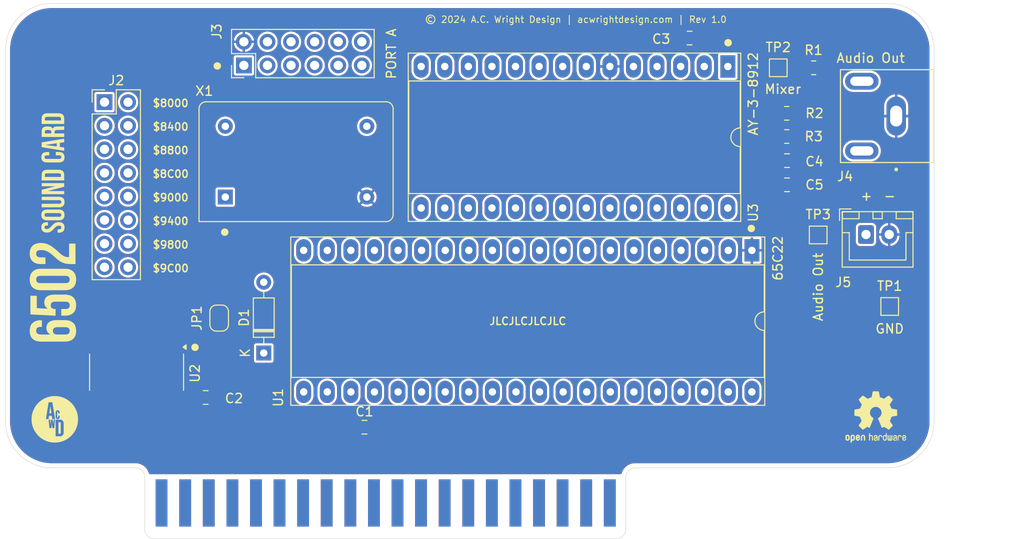
<source format=kicad_pcb>
(kicad_pcb (version 20240108) (generator "pcbnew") (generator_version "8.0")
  (title_block (title "6502 Sound Card") (date "2024-06-16") (rev "1.0") (company "A.C. Wright Design"))
  (layers (0 "F.Cu" signal) (31 "B.Cu" signal) (34 "B.Paste" user) (35 "F.Paste" user) (36 "B.SilkS" user "B.Silkscreen") (37 "F.SilkS" user "F.Silkscreen") (38 "B.Mask" user) (39 "F.Mask" user) (44 "Edge.Cuts" user))
  (net 0 "")
  (net 1 "GND")
  (net 2 "Net-(C4-Pad1)")
  (net 3 "VCC")
  (net 4 "Net-(D1-K)")
  (net 5 "IRQB")
  (net 6 "RWB")
  (net 7 "CA1")
  (net 8 "CA2")
  (net 10 "PHI2")
  (net 11 "RESB")
  (net 13 "A15")
  (net 16 "A12")
  (net 17 "D6")
  (net 18 "D3")
  (net 19 "D7")
  (net 20 "D5")
  (net 21 "A11")
  (net 25 "A1")
  (net 27 "A14")
  (net 32 "A13")
  (net 33 "A10")
  (net 34 "A3")
  (net 35 "A2")
  (net 36 "D1")
  (net 37 "D2")
  (net 38 "CSB")
  (net 39 "/$8400")
  (net 40 "/$9800")
  (net 41 "/$9400")
  (net 42 "/$8C00")
  (net 43 "/$9000")
  (net 44 "/$8800")
  (net 45 "/$8000")
  (net 46 "/$9C00")
  (net 48 "D0")
  (net 52 "D4")
  (net 54 "A0")
  (net 55 "PA6")
  (net 57 "PA3")
  (net 59 "PA0")
  (net 60 "PA5")
  (net 61 "PA7")
  (net 62 "PA4")
  (net 63 "PA2")
  (net 64 "PA1")
  (net 65 "CHOUT")
  (net 66 "RESETB")
  (net 69 "BDIR")
  (net 70 "BC1")
  (net 71 "DA4")
  (net 72 "DA0")
  (net 73 "DA3")
  (net 74 "DA2")
  (net 75 "DA7")
  (net 76 "DA1")
  (net 77 "DA5")
  (net 78 "DA6")
  (net 80 "Net-(U3-CLOCK)")
  (net 82 "Net-(J4-In)")
  (footprint "Connector_PinHeader_2.54mm:PinHeader_2x06_P2.54mm_Vertical" (layer "F.Cu") (at 126.26 77.04 90)
    (property "Reference" "J3" (at 3.64 -2.92 90) (layer "F.SilkS"))
    (property "Value" "PORT A" (at 1.24 15.88 90) (layer "F.SilkS"))
    (pad "1" thru_hole rect (at 0 0 90) (size 1.7 1.7) (drill 1) (layers "*.Cu" "*.Mask") (net 3 "VCC"))
    (pad "2" thru_hole oval (at 2.54 0 90) (size 1.7 1.7) (drill 1) (layers "*.Cu" "*.Mask") (net 1 "GND"))
    (pad "3" thru_hole oval (at 0 2.54 90) (size 1.7 1.7) (drill 1) (layers "*.Cu" "*.Mask") (net 61 "PA7"))
    (pad "4" thru_hole oval (at 2.54 2.54 90) (size 1.7 1.7) (drill 1) (layers "*.Cu" "*.Mask") (net 59 "PA0"))
    (pad "5" thru_hole oval (at 0 5.08 90) (size 1.7 1.7) (drill 1) (layers "*.Cu" "*.Mask") (net 55 "PA6"))
    (pad "6" thru_hole oval (at 2.54 5.08 90) (size 1.7 1.7) (drill 1) (layers "*.Cu" "*.Mask") (net 64 "PA1"))
    (pad "7" thru_hole oval (at 0 7.62 90) (size 1.7 1.7) (drill 1) (layers "*.Cu" "*.Mask") (net 60 "PA5"))
    (pad "8" thru_hole oval (at 2.54 7.62 90) (size 1.7 1.7) (drill 1) (layers "*.Cu" "*.Mask") (net 63 "PA2"))
    (pad "9" thru_hole oval (at 0 10.16 90) (size 1.7 1.7) (drill 1) (layers "*.Cu" "*.Mask") (net 62 "PA4"))
    (pad "10" thru_hole oval (at 2.54 10.16 90) (size 1.7 1.7) (drill 1) (layers "*.Cu" "*.Mask") (net 57 "PA3"))
    (pad "11" thru_hole oval (at 0 12.7 90) (size 1.7 1.7) (drill 1) (layers "*.Cu" "*.Mask") (net 7 "CA1"))
    (pad "12" thru_hole oval (at 2.54 12.7 90) (size 1.7 1.7) (drill 1) (layers "*.Cu" "*.Mask") (net 8 "CA2"))
  )
  (footprint "Symbol:OSHW-Logo2_7.3x6mm_SilkScreen" (layer "F.Cu") (at 194.3 114.9)
    (property "Reference" "REF**" (hide yes))
    (property "Value" "OSHW-Logo2_7.3x6mm_SilkScreen" (hide yes))
  )
  (footprint "Connector_PinHeader_2.54mm:PinHeader_2x08_P2.54mm_Vertical" (layer "F.Cu") (at 111.25 81)
    (property "Reference" "J2" (at 1.27 -2.33 0) (layer "F.SilkS"))
    (property "Value" "Conn_02x08_Odd_Even" (hide yes))
    (pad "1" thru_hole rect (at 0 0) (size 1.7 1.7) (drill 1) (layers "*.Cu" "*.Mask") (net 45 "/$8000"))
    (pad "2" thru_hole oval (at 2.54 0) (size 1.7 1.7) (drill 1) (layers "*.Cu" "*.Mask") (net 38 "CSB"))
    (pad "3" thru_hole oval (at 0 2.54) (size 1.7 1.7) (drill 1) (layers "*.Cu" "*.Mask") (net 39 "/$8400"))
    (pad "4" thru_hole oval (at 2.54 2.54) (size 1.7 1.7) (drill 1) (layers "*.Cu" "*.Mask") (net 38 "CSB"))
    (pad "5" thru_hole oval (at 0 5.08) (size 1.7 1.7) (drill 1) (layers "*.Cu" "*.Mask") (net 44 "/$8800"))
    (pad "6" thru_hole oval (at 2.54 5.08) (size 1.7 1.7) (drill 1) (layers "*.Cu" "*.Mask") (net 38 "CSB"))
    (pad "7" thru_hole oval (at 0 7.62) (size 1.7 1.7) (drill 1) (layers "*.Cu" "*.Mask") (net 42 "/$8C00"))
    (pad "8" thru_hole oval (at 2.54 7.62) (size 1.7 1.7) (drill 1) (layers "*.Cu" "*.Mask") (net 38 "CSB"))
    (pad "9" thru_hole oval (at 0 10.16) (size 1.7 1.7) (drill 1) (layers "*.Cu" "*.Mask") (net 43 "/$9000"))
    (pad "10" thru_hole oval (at 2.54 10.16) (size 1.7 1.7) (drill 1) (layers "*.Cu" "*.Mask") (net 38 "CSB"))
    (pad "11" thru_hole oval (at 0 12.7) (size 1.7 1.7) (drill 1) (layers "*.Cu" "*.Mask") (net 41 "/$9400"))
    (pad "12" thru_hole oval (at 2.54 12.7) (size 1.7 1.7) (drill 1) (layers "*.Cu" "*.Mask") (net 38 "CSB"))
    (pad "13" thru_hole oval (at 0 15.24) (size 1.7 1.7) (drill 1) (layers "*.Cu" "*.Mask") (net 40 "/$9800"))
    (pad "14" thru_hole oval (at 2.54 15.24) (size 1.7 1.7) (drill 1) (layers "*.Cu" "*.Mask") (net 38 "CSB"))
    (pad "15" thru_hole oval (at 0 17.78) (size 1.7 1.7) (drill 1) (layers "*.Cu" "*.Mask") (net 46 "/$9C00"))
    (pad "16" thru_hole oval (at 2.54 17.78) (size 1.7 1.7) (drill 1) (layers "*.Cu" "*.Mask") (net 38 "CSB"))
  )
  (footprint "Capacitor_SMD:C_0805_2012Metric" (layer "F.Cu") (at 184.75 89.9)
    (property "Reference" "C5" (at 2.95 0 0) (layer "F.SilkS"))
    (property "Value" "2.2uF" (hide yes))
    (pad "1" smd roundrect (at -0.95 0) (size 1 1.45) (layers "F.Cu" "F.Paste" "F.Mask") (net 2 "Net-(C4-Pad1)"))
    (pad "2" smd roundrect (at 0.95 0) (size 1 1.45) (layers "F.Cu" "F.Paste" "F.Mask") (net 82 "Net-(J4-In)"))
  )
  (footprint "Package_DIP:DIP-28_W15.24mm_Socket_LongPads" (layer "F.Cu") (at 178.37 77.16 -90)
    (property "Reference" "U3" (at 15.74 -2.73 90) (layer "F.SilkS"))
    (property "Value" "AY-3-8912" (at 2.94 -2.73 90) (layer "F.SilkS"))
    (pad "1" thru_hole rect (at 0 0 270) (size 2.4 1.6) (drill 0.8) (layers "*.Cu" "*.Mask") (net 65 "CHOUT"))
    (pad "2" thru_hole oval (at 0 2.54 270) (size 2.4 1.6) (drill 0.8) (layers "*.Cu" "*.Mask"))
    (pad "3" thru_hole oval (at 0 5.08 270) (size 2.4 1.6) (drill 0.8) (layers "*.Cu" "*.Mask") (net 3 "VCC"))
    (pad "4" thru_hole oval (at 0 7.62 270) (size 2.4 1.6) (drill 0.8) (layers "*.Cu" "*.Mask") (net 65 "CHOUT"))
    (pad "5" thru_hole oval (at 0 10.16 270) (size 2.4 1.6) (drill 0.8) (layers "*.Cu" "*.Mask") (net 65 "CHOUT"))
    (pad "6" thru_hole oval (at 0 12.7 270) (size 2.4 1.6) (drill 0.8) (layers "*.Cu" "*.Mask") (net 1 "GND"))
    (pad "7" thru_hole oval (at 0 15.24 270) (size 2.4 1.6) (drill 0.8) (layers "*.Cu" "*.Mask") (net 61 "PA7"))
    (pad "8" thru_hole oval (at 0 17.78 270) (size 2.4 1.6) (drill 0.8) (layers "*.Cu" "*.Mask") (net 55 "PA6"))
    (pad "9" thru_hole oval (at 0 20.32 270) (size 2.4 1.6) (drill 0.8) (layers "*.Cu" "*.Mask") (net 60 "PA5"))
    (pad "10" thru_hole oval (at 0 22.86 270) (size 2.4 1.6) (drill 0.8) (layers "*.Cu" "*.Mask") (net 62 "PA4"))
    (pad "11" thru_hole oval (at 0 25.4 270) (size 2.4 1.6) (drill 0.8) (layers "*.Cu" "*.Mask") (net 57 "PA3"))
    (pad "12" thru_hole oval (at 0 27.94 270) (size 2.4 1.6) (drill 0.8) (layers "*.Cu" "*.Mask") (net 63 "PA2"))
    (pad "13" thru_hole oval (at 0 30.48 270) (size 2.4 1.6) (drill 0.8) (layers "*.Cu" "*.Mask") (net 64 "PA1"))
    (pad "14" thru_hole oval (at 0 33.02 270) (size 2.4 1.6) (drill 0.8) (layers "*.Cu" "*.Mask") (net 59 "PA0"))
    (pad "15" thru_hole oval (at 15.24 33.02 270) (size 2.4 1.6) (drill 0.8) (layers "*.Cu" "*.Mask") (net 80 "Net-(U3-CLOCK)"))
    (pad "16" thru_hole oval (at 15.24 30.48 270) (size 2.4 1.6) (drill 0.8) (layers "*.Cu" "*.Mask") (net 66 "RESETB"))
    (pad "17" thru_hole oval (at 15.24 27.94 270) (size 2.4 1.6) (drill 0.8) (layers "*.Cu" "*.Mask") (net 3 "VCC"))
    (pad "18" thru_hole oval (at 15.24 25.4 270) (size 2.4 1.6) (drill 0.8) (layers "*.Cu" "*.Mask") (net 69 "BDIR"))
    (pad "19" thru_hole oval (at 15.24 22.86 270) (size 2.4 1.6) (drill 0.8) (layers "*.Cu" "*.Mask") (net 3 "VCC"))
    (pad "20" thru_hole oval (at 15.24 20.32 270) (size 2.4 1.6) (drill 0.8) (layers "*.Cu" "*.Mask") (net 70 "BC1"))
    (pad "21" thru_hole oval (at 15.24 17.78 270) (size 2.4 1.6) (drill 0.8) (layers "*.Cu" "*.Mask") (net 75 "DA7"))
    (pad "22" thru_hole oval (at 15.24 15.24 270) (size 2.4 1.6) (drill 0.8) (layers "*.Cu" "*.Mask") (net 78 "DA6"))
    (pad "23" thru_hole oval (at 15.24 12.7 270) (size 2.4 1.6) (drill 0.8) (layers "*.Cu" "*.Mask") (net 77 "DA5"))
    (pad "24" thru_hole oval (at 15.24 10.16 270) (size 2.4 1.6) (drill 0.8) (layers "*.Cu" "*.Mask") (net 71 "DA4"))
    (pad "25" thru_hole oval (at 15.24 7.62 270) (size 2.4 1.6) (drill 0.8) (layers "*.Cu" "*.Mask") (net 73 "DA3"))
    (pad "26" thru_hole oval (at 15.24 5.08 270) (size 2.4 1.6) (drill 0.8) (layers "*.Cu" "*.Mask") (net 74 "DA2"))
    (pad "27" thru_hole oval (at 15.24 2.54 270) (size 2.4 1.6) (drill 0.8) (layers "*.Cu" "*.Mask") (net 76 "DA1"))
    (pad "28" thru_hole oval (at 15.24 0 270) (size 2.4 1.6) (drill 0.8) (layers "*.Cu" "*.Mask") (net 72 "DA0"))
  )
  (footprint "Jumper:SolderJumper-2_P1.3mm_Bridged_RoundedPad1.0x1.5mm" (layer "F.Cu") (at 123.6 104.25 90)
    (property "Reference" "JP1" (at 0 -2.4 90) (layer "F.SilkS"))
    (property "Value" "SolderJumper_2_Bridged" (hide yes))
    (fp_poly (pts (xy 0.25 -0.3) (xy -0.25 -0.3) (xy -0.25 0.3) (xy 0.25 0.3)) (fill solid) (layer "F.Cu"))
    (pad "1" smd custom (at -0.65 0 90) (size 1 0.5) (layers "F.Cu" "F.Mask") (net 4 "Net-(D1-K)") (options (clearance outline) (anchor rect)) (primitives (gr_circle (center 0 0.25) (end 0.5 0.25) (width 0) (fill yes)) (gr_circle (center 0 -0.25) (end 0.5 -0.25) (width 0) (fill yes)) (gr_poly (pts (xy 0.5 0.75) (xy 0 0.75) (xy 0 -0.75) (xy 0.5 -0.75)) (width 0) (fill yes))))
    (pad "2" smd custom (at 0.65 0 90) (size 1 0.5) (layers "F.Cu" "F.Mask") (net 5 "IRQB") (options (clearance outline) (anchor rect)) (primitives (gr_circle (center 0 0.25) (end 0.5 0.25) (width 0) (fill yes)) (gr_circle (center 0 -0.25) (end 0.5 -0.25) (width 0) (fill yes)) (gr_poly (pts (xy 0 0.75) (xy -0.5 0.75) (xy -0.5 -0.75) (xy 0 -0.75)) (width 0) (fill yes))))
  )
  (footprint "Package_SO:SOIC-16_3.9x9.9mm_P1.27mm" (layer "F.Cu") (at 114.705 110.075 -90)
    (property "Reference" "U2" (at 0.125 -6.295 90) (layer "F.SilkS"))
    (property "Value" "74HC138" (hide yes))
    (pad "1" smd roundrect (at -2.475 -4.445 270) (size 1.95 0.6) (layers "F.Cu" "F.Paste" "F.Mask") (net 33 "A10"))
    (pad "2" smd roundrect (at -2.475 -3.175 270) (size 1.95 0.6) (layers "F.Cu" "F.Paste" "F.Mask") (net 21 "A11"))
    (pad "3" smd roundrect (at -2.475 -1.905 270) (size 1.95 0.6) (layers "F.Cu" "F.Paste" "F.Mask") (net 16 "A12"))
    (pad "4" smd roundrect (at -2.475 -0.635 270) (size 1.95 0.6) (layers "F.Cu" "F.Paste" "F.Mask") (net 32 "A13"))
    (pad "5" smd roundrect (at -2.475 0.635 270) (size 1.95 0.6) (layers "F.Cu" "F.Paste" "F.Mask") (net 27 "A14"))
    (pad "6" smd roundrect (at -2.475 1.905 270) (size 1.95 0.6) (layers "F.Cu" "F.Paste" "F.Mask") (net 13 "A15"))
    (pad "7" smd roundrect (at -2.475 3.175 270) (size 1.95 0.6) (layers "F.Cu" "F.Paste" "F.Mask") (net 46 "/$9C00"))
    (pad "8" smd roundrect (at -2.475 4.445 270) (size 1.95 0.6) (layers "F.Cu" "F.Paste" "F.Mask") (net 1 "GND"))
    (pad "9" smd roundrect (at 2.475 4.445 270) (size 1.95 0.6) (layers "F.Cu" "F.Paste" "F.Mask") (net 40 "/$9800"))
    (pad "10" smd roundrect (at 2.475 3.175 270) (size 1.95 0.6) (layers "F.Cu" "F.Paste" "F.Mask") (net 41 "/$9400"))
    (pad "11" smd roundrect (at 2.475 1.905 270) (size 1.95 0.6) (layers "F.Cu" "F.Paste" "F.Mask") (net 43 "/$9000"))
    (pad "12" smd roundrect (at 2.475 0.635 270) (size 1.95 0.6) (layers "F.Cu" "F.Paste" "F.Mask") (net 42 "/$8C00"))
    (pad "13" smd roundrect (at 2.475 -0.635 270) (size 1.95 0.6) (layers "F.Cu" "F.Paste" "F.Mask") (net 44 "/$8800"))
    (pad "14" smd roundrect (at 2.475 -1.905 270) (size 1.95 0.6) (layers "F.Cu" "F.Paste" "F.Mask") (net 39 "/$8400"))
    (pad "15" smd roundrect (at 2.475 -3.175 270) (size 1.95 0.6) (layers "F.Cu" "F.Paste" "F.Mask") (net 45 "/$8000"))
    (pad "16" smd roundrect (at 2.475 -4.445 270) (size 1.95 0.6) (layers "F.Cu" "F.Paste" "F.Mask") (net 3 "VCC"))
  )
  (footprint "Package_DIP:DIP-40_W15.24mm_Socket_LongPads" (layer "F.Cu") (at 180.96 96.96 -90)
    (property "Reference" "U1" (at 15.85 51 90) (layer "F.SilkS"))
    (property "Value" "65C22" (at 0.85 -2.8 90) (layer "F.SilkS"))
    (pad "1" thru_hole rect (at 0 0 270) (size 2.4 1.6) (drill 0.8) (layers "*.Cu" "*.Mask") (net 1 "GND"))
    (pad "2" thru_hole oval (at 0 2.54 270) (size 2.4 1.6) (drill 0.8) (layers "*.Cu" "*.Mask") (net 72 "DA0"))
    (pad "3" thru_hole oval (at 0 5.08 270) (size 2.4 1.6) (drill 0.8) (layers "*.Cu" "*.Mask") (net 76 "DA1"))
    (pad "4" thru_hole oval (at 0 7.62 270) (size 2.4 1.6) (drill 0.8) (layers "*.Cu" "*.Mask") (net 74 "DA2"))
    (pad "5" thru_hole oval (at 0 10.16 270) (size 2.4 1.6) (drill 0.8) (layers "*.Cu" "*.Mask") (net 73 "DA3"))
    (pad "6" thru_hole oval (at 0 12.7 270) (size 2.4 1.6) (drill 0.8) (layers "*.Cu" "*.Mask") (net 71 "DA4"))
    (pad "7" thru_hole oval (at 0 15.24 270) (size 2.4 1.6) (drill 0.8) (layers "*.Cu" "*.Mask") (net 77 "DA5"))
    (pad "8" thru_hole oval (at 0 17.78 270) (size 2.4 1.6) (drill 0.8) (layers "*.Cu" "*.Mask") (net 78 "DA6"))
    (pad "9" thru_hole oval (at 0 20.32 270) (size 2.4 1.6) (drill 0.8) (layers "*.Cu" "*.Mask") (net 75 "DA7"))
    (pad "10" thru_hole oval (at 0 22.86 270) (size 2.4 1.6) (drill 0.8) (layers "*.Cu" "*.Mask") (net 70 "BC1"))
    (pad "11" thru_hole oval (at 0 25.4 270) (size 2.4 1.6) (drill 0.8) (layers "*.Cu" "*.Mask") (net 69 "BDIR"))
    (pad "12" thru_hole oval (at 0 27.94 270) (size 2.4 1.6) (drill 0.8) (layers "*.Cu" "*.Mask") (net 66 "RESETB"))
    (pad "13" thru_hole oval (at 0 30.48 270) (size 2.4 1.6) (drill 0.8) (layers "*.Cu" "*.Mask"))
    (pad "14" thru_hole oval (at 0 33.02 270) (size 2.4 1.6) (drill 0.8) (layers "*.Cu" "*.Mask"))
    (pad "15" thru_hole oval (at 0 35.56 270) (size 2.4 1.6) (drill 0.8) (layers "*.Cu" "*.Mask"))
    (pad "16" thru_hole oval (at 0 38.1 270) (size 2.4 1.6) (drill 0.8) (layers "*.Cu" "*.Mask"))
    (pad "17" thru_hole oval (at 0 40.64 270) (size 2.4 1.6) (drill 0.8) (layers "*.Cu" "*.Mask"))
    (pad "18" thru_hole oval (at 0 43.18 270) (size 2.4 1.6) (drill 0.8) (layers "*.Cu" "*.Mask"))
    (pad "19" thru_hole oval (at 0 45.72 270) (size 2.4 1.6) (drill 0.8) (layers "*.Cu" "*.Mask"))
    (pad "20" thru_hole oval (at 0 48.26 270) (size 2.4 1.6) (drill 0.8) (layers "*.Cu" "*.Mask") (net 3 "VCC"))
    (pad "21" thru_hole oval (at 15.24 48.26 270) (size 2.4 1.6) (drill 0.8) (layers "*.Cu" "*.Mask") (net 4 "Net-(D1-K)"))
    (pad "22" thru_hole oval (at 15.24 45.72 270) (size 2.4 1.6) (drill 0.8) (layers "*.Cu" "*.Mask") (net 6 "RWB"))
    (pad "23" thru_hole oval (at 15.24 43.18 270) (size 2.4 1.6) (drill 0.8) (layers "*.Cu" "*.Mask") (net 38 "CSB"))
    (pad "24" thru_hole oval (at 15.24 40.64 270) (size 2.4 1.6) (drill 0.8) (layers "*.Cu" "*.Mask") (net 3 "VCC"))
    (pad "25" thru_hole oval (at 15.24 38.1 270) (size 2.4 1.6) (drill 0.8) (layers "*.Cu" "*.Mask") (net 10 "PHI2"))
    (pad "26" thru_hole oval (at 15.24 35.56 270) (size 2.4 1.6) (drill 0.8) (layers "*.Cu" "*.Mask") (net 19 "D7"))
    (pad "27" thru_hole oval (at 15.24 33.02 270) (size 2.4 1.6) (drill 0.8) (layers "*.Cu" "*.Mask") (net 17 "D6"))
    (pad "28" thru_hole oval (at 15.24 30.48 270) (size 2.4 1.6) (drill 0.8) (layers "*.Cu" "*.Mask") (net 20 "D5"))
    (pad "29" thru_hole oval (at 15.24 27.94 270) (size 2.4 1.6) (drill 0.8) (layers "*.Cu" "*.Mask") (net 52 "D4"))
    (pad "30" thru_hole oval (at 15.24 25.4 270) (size 2.4 1.6) (drill 0.8) (layers "*.Cu" "*.Mask") (net 18 "D3"))
    (pad "31" thru_hole oval (at 15.24 22.86 270) (size 2.4 1.6) (drill 0.8) (layers "*.Cu" "*.Mask") (net 37 "D2"))
    (pad "32" thru_hole oval (at 15.24 20.32 270) (size 2.4 1.6) (drill 0.8) (layers "*.Cu" "*.Mask") (net 36 "D1"))
    (pad "33" thru_hole oval (at 15.24 17.78 270) (size 2.4 1.6) (drill 0.8) (layers "*.Cu" "*.Mask") (net 48 "D0"))
    (pad "34" thru_hole oval (at 15.24 15.24 270) (size 2.4 1.6) (drill 0.8) (layers "*.Cu" "*.Mask") (net 11 "RESB"))
    (pad "35" thru_hole oval (at 15.24 12.7 270) (size 2.4 1.6) (drill 0.8) (layers "*.Cu" "*.Mask") (net 34 "A3"))
    (pad "36" thru_hole oval (at 15.24 10.16 270) (size 2.4 1.6) (drill 0.8) (layers "*.Cu" "*.Mask") (net 35 "A2"))
    (pad "37" thru_hole oval (at 15.24 7.62 270) (size 2.4 1.6) (drill 0.8) (layers "*.Cu" "*.Mask") (net 25 "A1"))
    (pad "38" thru_hole oval (at 15.24 5.08 270) (size 2.4 1.6) (drill 0.8) (layers "*.Cu" "*.Mask") (net 54 "A0"))
    (pad "39" thru_hole oval (at 15.24 2.54 270) (size 2.4 1.6) (drill 0.8) (layers "*.Cu" "*.Mask") (net 8 "CA2"))
    (pad "40" thru_hole oval (at 15.24 0 270) (size 2.4 1.6) (drill 0.8) (layers "*.Cu" "*.Mask") (net 7 "CA1"))
  )
  (footprint "Resistor_SMD:R_0805_2012Metric" (layer "F.Cu") (at 184.7125 82.2)
    (property "Reference" "R2" (at 2.9875 0 0) (layer "F.SilkS"))
    (property "Value" "4.7k" (hide yes))
    (pad "1" smd roundrect (at -0.9125 0) (size 1.025 1.4) (layers "F.Cu" "F.Paste" "F.Mask") (roundrect_rratio 0.243902) (net 65 "CHOUT"))
    (pad "2" smd roundrect (at 0.9125 0) (size 1.025 1.4) (layers "F.Cu" "F.Paste" "F.Mask") (roundrect_rratio 0.243902) (net 2 "Net-(C4-Pad1)"))
  )
  (footprint "6502 Parts:SWITCHCRAFT_PJRAN1X1U02X" (layer "F.Cu") (at 196.5 82.5 90)
    (property "Reference" "J4" (at -6.5 -5.5 0) (layer "F.SilkS"))
    (property "Value" "Audio Out" (at 6.25 -2.75 180) (layer "F.SilkS"))
    (pad "1" thru_hole oval (at 0 0 90) (size 4.2 2.1) (drill oval 2.25 1.3) (layers "*.Cu" "*.Mask") (net 1 "GND"))
    (pad "2" thru_hole oval (at -3.75 -3.7 90) (size 1.8 3.6) (drill oval 1 2.5) (layers "*.Cu" "*.Mask") (net 82 "Net-(J4-In)"))
    (pad "2" thru_hole oval (at 3.75 -3.7 90) (size 1.8 3.6) (drill oval 1 2.5) (layers "*.Cu" "*.Mask") (net 82 "Net-(J4-In)"))
  )
  (footprint "Resistor_SMD:R_0805_2012Metric" (layer "F.Cu") (at 187.6125 77.3)
    (property "Reference" "R1" (at -0.0125 -1.9 0) (layer "F.SilkS"))
    (property "Value" "1k" (hide yes))
    (pad "1" smd roundrect (at -0.9125 0) (size 1.025 1.4) (layers "F.Cu" "F.Paste" "F.Mask") (roundrect_rratio 0.243902) (net 65 "CHOUT"))
    (pad "2" smd roundrect (at 0.9125 0) (size 1.025 1.4) (layers "F.Cu" "F.Paste" "F.Mask") (roundrect_rratio 0.243902) (net 1 "GND"))
  )
  (footprint "Capacitor_SMD:C_0805_2012Metric" (layer "F.Cu") (at 184.75 87.3 180)
    (property "Reference" "C4" (at -2.95 -0.1 0) (layer "F.SilkS"))
    (property "Value" "300pF" (hide yes))
    (pad "1" smd roundrect (at -0.95 0 180) (size 1 1.45) (layers "F.Cu" "F.Paste" "F.Mask") (net 2 "Net-(C4-Pad1)"))
    (pad "2" smd roundrect (at 0.95 0 180) (size 1 1.45) (layers "F.Cu" "F.Paste" "F.Mask") (net 1 "GND"))
  )
  (footprint "TestPoint:TestPoint_Pad_1.5x1.5mm" (layer "F.Cu") (at 195.8 103)
    (property "Reference" "TP1" (at 0 -2.2 0) (layer "F.SilkS"))
    (property "Value" "GND" (at 0 2.4 0) (layer "F.SilkS"))
    (pad "1" smd rect (at 0 0) (size 1.5 1.5) (layers "F.Cu" "F.Mask") (net 1 "GND"))
  )
  (footprint "Capacitor_SMD:C_0805_2012Metric" (layer "F.Cu") (at 122.15 112.8)
    (property "Reference" "C2" (at 3.05 0.1 0) (layer "F.SilkS"))
    (property "Value" "100nF" (hide yes))
    (pad "1" smd roundrect (at -0.95 0) (size 1 1.45) (layers "F.Cu" "F.Paste" "F.Mask") (net 3 "VCC"))
    (pad "2" smd roundrect (at 0.95 0) (size 1 1.45) (layers "F.Cu" "F.Paste" "F.Mask") (net 1 "GND"))
  )
  (footprint "Connector_JST:JST_XH_B2B-XH-A_1x02_P2.50mm_Vertical" (layer "F.Cu") (at 193.25 95.25)
    (property "Reference" "J5" (at -2.45 5.15 0) (layer "F.SilkS"))
    (property "Value" "Audio Out" (hide yes))
    (pad "1" thru_hole roundrect (at 0 0) (size 1.7 2) (drill 1) (layers "*.Cu" "*.Mask") (roundrect_rratio 0.147059) (net 82 "Net-(J4-In)"))
    (pad "2" thru_hole oval (at 2.5 0) (size 1.7 2) (drill 1) (layers "*.Cu" "*.Mask") (net 1 "GND"))
  )
  (footprint "A.C. Wright Logo:A.C. Wright Logo 5mm" (layer "F.Cu") (at 105.9 115.15)
    (property "Reference" "G***" (hide yes))
    (property "Value" "LOGO" (hide yes))
  )
  (footprint "Capacitor_SMD:C_0805_2012Metric" (layer "F.Cu") (at 174.25 74.1)
    (property "Reference" "C3" (at -3.05 0.1 0) (layer "F.SilkS"))
    (property "Value" "100nF" (hide yes))
    (pad "1" smd roundrect (at -0.95 0) (size 1 1.45) (layers "F.Cu" "F.Paste" "F.Mask") (net 3 "VCC"))
    (pad "2" smd roundrect (at 0.95 0) (size 1 1.45) (layers "F.Cu" "F.Paste" "F.Mask") (net 1 "GND"))
  )
  (footprint "Oscillator:Oscillator_DIP-14" (layer "F.Cu") (at 124.26 91.22)
    (property "Reference" "X1" (at -2.26 -11.42 0) (layer "F.SilkS"))
    (property "Value" "2 MHz" (hide yes))
    (pad "1" thru_hole rect (at 0 0) (size 1.6 1.6) (drill 0.8) (layers "*.Cu" "*.Mask"))
    (pad "7" thru_hole circle (at 15.24 0) (size 1.6 1.6) (drill 0.8) (layers "*.Cu" "*.Mask") (net 1 "GND"))
    (pad "8" thru_hole circle (at 15.24 -7.62) (size 1.6 1.6) (drill 0.8) (layers "*.Cu" "*.Mask") (net 80 "Net-(U3-CLOCK)"))
    (pad "14" thru_hole circle (at 0 -7.62) (size 1.6 1.6) (drill 0.8) (layers "*.Cu" "*.Mask") (net 3 "VCC"))
  )
  (footprint "6502 Parts:6502 Card Edge" (layer "F.Cu") (at 117.4 126.7)
    (property "Reference" "J1" (hide yes))
    (property "Value" "6502 Card Edge" (hide yes))
    (pad "A0" smd rect (at 45.72 -2.54 90) (size 5.08 1.27) (layers "B.Cu" "B.Paste" "B.Mask") (net 54 "A0"))
    (pad "A1" smd rect (at 43.18 -2.54 90) (size 5.08 1.27) (layers "B.Cu" "B.Paste" "B.Mask") (net 25 "A1"))
    (pad "A2" smd rect (at 40.64 -2.54 90) (size 5.08 1.27) (layers "B.Cu" "B.Paste" "B.Mask") (net 35 "A2"))
    (pad "A3" smd rect (at 38.1 -2.54 90) (size 5.08 1.27) (layers "B.Cu" "B.Paste" "B.Mask") (net 34 "A3"))
    (pad "A4" smd rect (at 35.56 -2.54 90) (size 5.08 1.27) (layers "B.Cu" "B.Paste" "B.Mask"))
    (pad "A5" smd rect (at 33.02 -2.54 90) (size 5.08 1.27) (layers "B.Cu" "B.Paste" "B.Mask"))
    (pad "A6" smd rect (at 30.48 -2.54 90) (size 5.08 1.27) (layers "B.Cu" "B.Paste" "B.Mask"))
    (pad "A7" smd rect (at 27.94 -2.54 90) (size 5.08 1.27) (layers "B.Cu" "B.Paste" "B.Mask"))
    (pad "A8" smd rect (at 25.4 -2.54 90) (size 5.08 1.27) (layers "B.Cu" "B.Paste" "B.Mask"))
    (pad "A9" smd rect (at 22.86 -2.54 90) (size 5.08 1.27) (layers "B.Cu" "B.Paste" "B.Mask"))
    (pad "A10" smd rect (at 20.32 -2.54 90) (size 5.08 1.27) (layers "B.Cu" "B.Paste" "B.Mask") (net 33 "A10"))
    (pad "A11" smd rect (at 17.78 -2.54 90) (size 5.08 1.27) (layers "B.Cu" "B.Paste" "B.Mask") (net 21 "A11"))
    (pad "A12" smd rect (at 15.24 -2.54 90) (size 5.08 1.27) (layers "B.Cu" "B.Paste" "B.Mask") (net 16 "A12"))
    (pad "A13" smd rect (at 12.7 -2.54 90) (size 5.08 1.27) (layers "B.Cu" "B.Paste" "B.Mask") (net 32 "A13"))
    (pad "A14" smd rect (at 10.16 -2.54 90) (size 5.08 1.27) (layers "B.Cu" "B.Paste" "B.Mask") (net 27 "A14"))
    (pad "A15" smd rect (at 7.62 -2.54 90) (size 5.08 1.27) (layers "B.Cu" "B.Paste" "B.Mask") (net 13 "A15"))
    (pad "BE" smd rect (at 12.7 -2.54 90) (size 5.08 1.27) (layers "F.Cu" "F.Paste" "F.Mask"))
    (pad "D0" smd rect (at 45.72 -2.54 90) (size 5.08 1.27) (layers "F.Cu" "F.Paste" "F.Mask") (net 48 "D0"))
    (pad "D1" smd rect (at 43.18 -2.54 90) (size 5.08 1.27) (layers "F.Cu" "F.Paste" "F.Mask") (net 36 "D1"))
    (pad "D2" smd rect (at 40.64 -2.54 90) (size 5.08 1.27) (layers "F.Cu" "F.Paste" "F.Mask") (net 37 "D2"))
    (pad "D3" smd rect (at 38.1 -2.54 90) (size 5.08 1.27) (layers "F.Cu" "F.Paste" "F.Mask") (net 18 "D3"))
    (pad "D4" smd rect (at 35.56 -2.54 90) (size 5.08 1.27) (layers "F.Cu" "F.Paste" "F.Mask") (net 52 "D4"))
    (pad "D5" smd rect (at 33.02 -2.54 90) (size 5.08 1.27) (layers "F.Cu" "F.Paste" "F.Mask") (net 20 "D5"))
    (pad "D6" smd rect (at 30.48 -2.54 90) (size 5.08 1.27) (layers "F.Cu" "F.Paste" "F.Mask") (net 17 "D6"))
    (pad "D7" smd rect (at 27.94 -2.54 90) (size 5.08 1.27) (layers "F.Cu" "F.Paste" "F.Mask") (net 19 "D7"))
    (pad "EXP0" smd rect (at 5.08 -2.54 90) (size 5.08 1.27) (layers "B.Cu" "B.Paste" "B.Mask"))
    (pad "EXP1" smd rect (at 2.54 -2.54 90) (size 5.08 1.27) (layers "B.Cu" "B.Paste" "B.Mask"))
    (pad "EXP2" smd rect (at 25.4 -2.54 90) (size 5.08 1.27) (layers "F.Cu" "F.Paste" "F.Mask"))
    (pad "EXP3" smd rect (at 22.86 -2.54 90) (size 5.08 1.27) (layers "F.Cu" "F.Paste" "F.Mask"))
    (pad "GND" smd rect (at 0 -2.54 90) (size 5.08 1.27) (layers "F.Cu" "F.Paste" "F.Mask") (net 1 "GND"))
    (pad "GND" smd rect (at 48.26 -2.54 90) (size 5.08 1.27) (layers "B.Cu" "B.Paste" "B.Mask") (net 1 "GND"))
    (pad "IRQB" smd rect (at 5.08 -2.54 90) (size 5.08 1.27) (layers "F.Cu" "F.Paste" "F.Mask") (net 5 "IRQB"))
    (pad "NMIB" smd rect (at 7.62 -2.54 90) (size 5.08 1.27) (layers "F.Cu" "F.Paste" "F.Mask"))
    (pad "PHI2" smd rect (at 20.32 -2.54 90) (size 5.08 1.27) (layers "F.Cu" "F.Paste" "F.Mask") (net 10 "PHI2"))
    (pad "RDY" smd rect (at 10.16 -2.54 90) (size 5.08 1.27) (layers "F.Cu" "F.Paste" "F.Mask"))
    (pad "RESB" smd rect (at 2.54 -2.54 90) (size 5.08 1.27) (layers "F.Cu" "F.Paste" "F.Mask") (net 11 "RESB"))
    (pad "RWB" smd rect (at 15.24 -2.54 90) (size 5.08 1.27) (layers "F.Cu" "F.Paste" "F.Mask") (net 6 "RWB"))
    (pad "SYNC" smd rect (at 17.78 -2.54 90) (size 5.08 1.27) (layers "F.Cu" "F.Paste" "F.Mask"))
    (pad "VCC" smd rect (at 0 -2.54 90) (size 5.08 1.27) (layers "B.Cu" "B.Paste" "B.Mask") (net 3 "VCC"))
    (pad "VCC" smd rect (at 48.26 -2.54 90) (size 5.08 1.27) (layers "F.Cu" "F.Paste" "F.Mask") (net 3 "VCC"))
  )
  (footprint "TestPoint:TestPoint_Pad_1.5x1.5mm" (layer "F.Cu") (at 188.1 95.3)
    (property "Reference" "TP3" (at 0 -2.2 0) (layer "F.SilkS"))
    (property "Value" "Audio Out" (at 0 5.6 90) (layer "F.SilkS"))
    (pad "1" smd rect (at 0 0) (size 1.5 1.5) (layers "F.Cu" "F.Mask") (net 82 "Net-(J4-In)"))
  )
  (footprint "Capacitor_SMD:C_0805_2012Metric" (layer "F.Cu") (at 139.25 116)
    (property "Reference" "C1" (at 0 -1.68 0) (layer "F.SilkS"))
    (property "Value" "100nF")
    (pad "1" smd roundrect (at -0.95 0) (size 1 1.45) (layers "F.Cu" "F.Paste" "F.Mask") (net 1 "GND"))
    (pad "2" smd roundrect (at 0.95 0) (size 1 1.45) (layers "F.Cu" "F.Paste" "F.Mask") (net 3 "VCC"))
  )
  (footprint "Diode_THT:D_DO-35_SOD27_P7.62mm_Horizontal" (layer "F.Cu") (at 128.4 108.01 90)
    (property "Reference" "D1" (at 3.81 -2.12 90) (layer "F.SilkS"))
    (property "Value" "D_Schottky" (hide yes))
    (fp_text user "K" (at 0.01 -2 90) (layer "F.SilkS"))
    (pad "1" thru_hole rect (at 0 0 90) (size 1.6 1.6) (drill 0.8) (layers "*.Cu" "*.Mask") (net 4 "Net-(D1-K)"))
    (pad "2" thru_hole oval (at 7.62 0 90) (size 1.6 1.6) (drill 0.8) (layers "*.Cu" "*.Mask") (net 5 "IRQB"))
  )
  (footprint "TestPoint:TestPoint_Pad_1.5x1.5mm" (layer "F.Cu") (at 183.8 77.3)
    (property "Reference" "TP2" (at 0 -2.2 0) (layer "F.SilkS"))
    (property "Value" "Mixer" (at 0.5 2.3 0) (layer "F.SilkS"))
    (pad "1" smd rect (at 0 0) (size 1.5 1.5) (layers "F.Cu" "F.Mask") (net 65 "CHOUT"))
  )
  (footprint "6502 Logos:6502 Sound Card Logo 5mm" (layer "F.Cu") (at 105.7 86.8 90)
    (property "Reference" "G***" (hide yes))
    (property "Value" "LOGO" (hide yes))
  )
  (footprint "Resistor_SMD:R_0805_2012Metric" (layer "F.Cu") (at 184.7125 84.7 180)
    (property "Reference" "R3" (at -2.9125 0 0) (layer "F.SilkS"))
    (property "Value" "470" (hide yes))
    (pad "1" smd roundrect (at -0.9125 0 180) (size 1.025 1.4) (layers "F.Cu" "F.Paste" "F.Mask") (roundrect_rratio 0.243902) (net 2 "Net-(C4-Pad1)"))
    (pad "2" smd roundrect (at 0.9125 0 180) (size 1.025 1.4) (layers "F.Cu" "F.Paste" "F.Mask") (roundrect_rratio 0.243902) (net 1 "GND"))
  )
  (gr_circle (center 180.9 94.6) (end 181.1 94.6) (stroke (width 0.4)) (fill none) (layer "F.SilkS"))
  (gr_circle (center 121 107.4) (end 121.2 107.4) (stroke (width 0.4)) (fill none) (layer "F.SilkS"))
  (gr_circle (center 123.4 77.1) (end 123.6 77.1) (stroke (width 0.4)) (fill none) (layer "F.SilkS"))
  (gr_circle (center 178.4 74.6) (end 178.6 74.6) (stroke (width 0.4)) (fill none) (layer "F.SilkS"))
  (gr_circle (center 124.2 95) (end 124.4 95) (stroke (width 0.4)) (fill none) (layer "F.SilkS"))
  (gr_arc (start 167.3841 121.3746) (mid 167.676993 120.667493) (end 168.3841 120.3746) (stroke (width 0.05)) (layer "Edge.Cuts"))
  (gr_line (start 200.5841 115.3746) (end 200.5841 75.3746) (stroke (width 0.05)) (layer "Edge.Cuts"))
  (gr_arc (start 105.5841 120.3746) (mid 102.048566 118.910134) (end 100.5841 115.3746) (stroke (width 0.05)) (layer "Edge.Cuts"))
  (gr_line (start 105.5841 120.3746) (end 114.5841 120.3746) (stroke (width 0.05)) (layer "Edge.Cuts"))
  (gr_line (start 168.3841 120.3746) (end 195.5841 120.3746) (stroke (width 0.05)) (layer "Edge.Cuts"))
  (gr_line (start 195.5841 70.3746) (end 105.5841 70.3746) (stroke (width 0.05)) (layer "Edge.Cuts"))
  (gr_arc (start 114.5841 120.3746) (mid 115.291207 120.667493) (end 115.5841 121.3746) (stroke (width 0.05)) (layer "Edge.Cuts"))
  (gr_line (start 167.3841 126.9946) (end 167.3841 121.3746) (stroke (width 0.05)) (layer "Edge.Cuts"))
  (gr_arc (start 200.5841 115.3746) (mid 199.119634 118.910134) (end 195.5841 120.3746) (stroke (width 0.05)) (layer "Edge.Cuts"))
  (gr_arc (start 100.5841 75.3746) (mid 102.048566 71.839066) (end 105.5841 70.3746) (stroke (width 0.05)) (layer "Edge.Cuts"))
  (gr_line (start 116.5841 127.9946) (end 166.3841 127.9946) (stroke (width 0.05)) (layer "Edge.Cuts"))
  (gr_line (start 100.5841 75.3746) (end 100.5841 115.3746) (stroke (width 0.05)) (layer "Edge.Cuts"))
  (gr_arc (start 116.5841 127.9946) (mid 115.876993 127.701707) (end 115.5841 126.9946) (stroke (width 0.05)) (layer "Edge.Cuts"))
  (gr_arc (start 167.3841 126.9946) (mid 167.091207 127.701707) (end 166.3841 127.9946) (stroke (width 0.05)) (layer "Edge.Cuts"))
  (gr_arc (start 195.5841 70.3746) (mid 199.119634 71.839066) (end 200.5841 75.3746) (stroke (width 0.05)) (layer "Edge.Cuts"))
  (gr_line (start 115.5841 121.3746) (end 115.5841 126.9946) (stroke (width 0.05)) (layer "Edge.Cuts"))
  (gr_text "$9C00" (at 118.375 98.895 0) (layer "F.SilkS") (effects (font (size 0.8 0.8))))
  (gr_text "© 2024 A.C. Wright Design | acwrightdesign.com | Rev 1.0" (at 162 72.1 0) (layer "F.SilkS") (effects (font (size 0.7 0.7) (thickness 0.1))))
  (gr_text "$8C00" (at 118.375 88.735 0) (layer "F.SilkS") (effects (font (size 0.8 0.8))))
  (gr_text "$9800" (at 118.375 96.355 0) (layer "F.SilkS") (effects (font (size 0.8 0.8))))
  (gr_text "$9400" (at 118.375 93.815 0) (layer "F.SilkS") (effects (font (size 0.8 0.8))))
  (gr_text "JLCJLCJLCJLC" (at 156.835 104.585 0) (layer "F.SilkS") (effects (font (size 0.8 0.8))))
  (gr_text "-" (at 195.8 91.1 0) (layer "F.SilkS") (effects (font (size 1 1))))
  (gr_text "$8000" (at 118.375 81.115 0) (layer "F.SilkS") (effects (font (size 0.8 0.8))))
  (gr_text "+" (at 193.3 91.1 0) (layer "F.SilkS") (effects (font (size 1 1))))
  (gr_text "$9000" (at 118.375 91.275 0) (layer "F.SilkS") (effects (font (size 0.8 0.8))))
  (gr_text "$8400" (at 118.375 83.655 0) (layer "F.SilkS") (effects (font (size 0.8 0.8))))
  (gr_text "$8800" (at 118.375 86.195 0) (layer "F.SilkS") (effects (font (size 0.8 0.8))))
  (zone (net 1) (net_name "GND") (layer "F.Cu") (connect_pads (clearance 0.254)) (min_thickness 0.254) (fill yes (thermal_gap 0.254) (thermal_bridge_width 0.254))
    (polygon (pts (xy 200.838 121.054) (xy 100 121.054) (xy 100 70) (xy 200.838 70)))
  )
  (zone (net 1) (net_name "GND") (layer "B.Cu") (connect_pads (clearance 0.254)) (min_thickness 0.254) (fill yes (thermal_gap 0.254) (thermal_bridge_width 0.254))
    (polygon (pts (xy 200.838 121.054) (xy 100 121.054) (xy 100 70) (xy 200.838 70)))
  )
)
</source>
